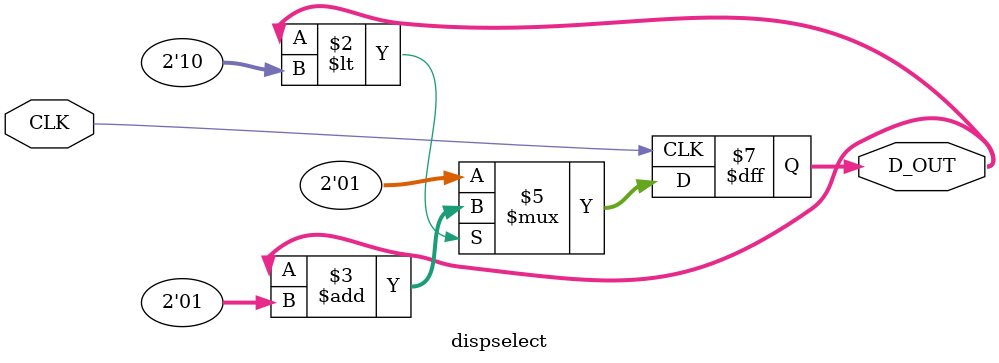
<source format=v>
`timescale 1ns / 1ps


module dispselect(CLK,D_OUT);

output [1:0] D_OUT;

input CLK;

reg [1:0] D_OUT;

always @(posedge CLK)
begin
	if(D_OUT < 2'b10)
		D_OUT <= D_OUT + 2'b01;
	else
		D_OUT <= 2'b01;
end
endmodule

</source>
